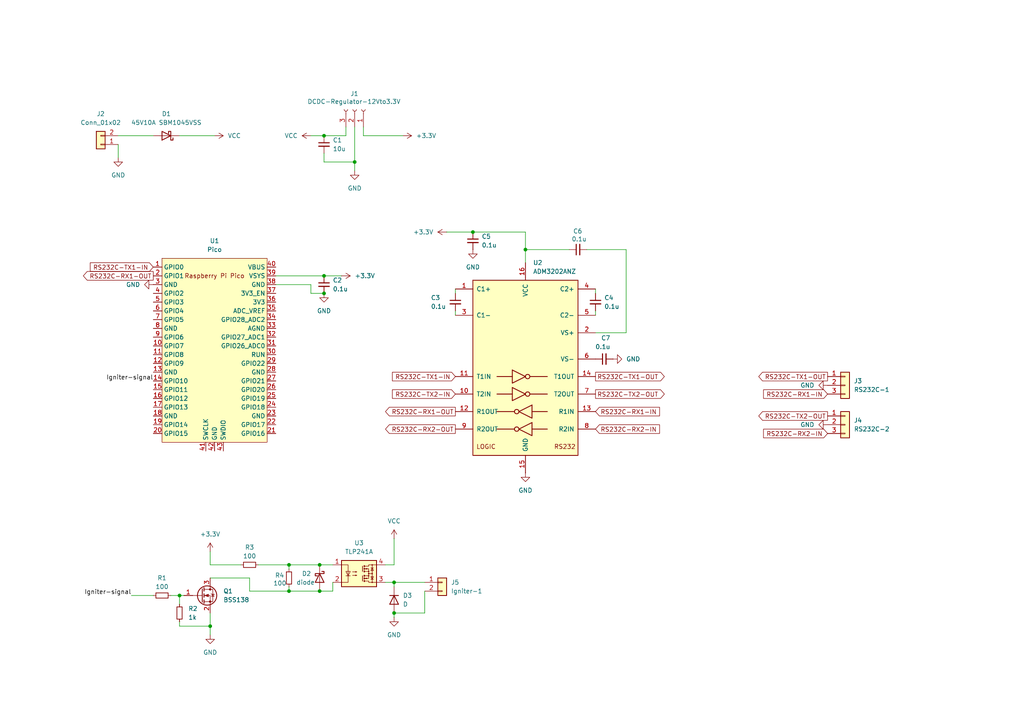
<source format=kicad_sch>
(kicad_sch (version 20231120) (generator "eeschema") (generator_version "8.0")
  (paper "A4")
  (lib_symbols
    (symbol "Connector:Conn_01x03_Socket" (pin_names (offset 1.016) hide)
      (property "Reference" "J" (at 0 5.08 0))
      (property "Value" "Conn_01x03_Socket" (at 0 -5.08 0))
      (symbol "Conn_01x03_Socket_1_1"
        (arc (start 0 -2.032) (mid -0.5058 -2.54) (end 0 -3.048) (stroke (width 0.1524)))
        (polyline (pts (xy -1.27 -2.54) (xy -0.508 -2.54)) (stroke (width 0.1524)))
        (polyline (pts (xy -1.27 0) (xy -0.508 0)) (stroke (width 0.1524)))
        (polyline (pts (xy -1.27 2.54) (xy -0.508 2.54)) (stroke (width 0.1524)))
        (arc (start 0 0.508) (mid -0.5058 0) (end 0 -0.508) (stroke (width 0.1524)))
        (arc (start 0 3.048) (mid -0.5058 2.54) (end 0 2.032) (stroke (width 0.1524)))
        (pin passive line (at -5.08 2.54 0) (length 3.81) (name "Pin_1") (number "1"))
        (pin passive line (at -5.08 0 0) (length 3.81) (name "Pin_2") (number "2"))
        (pin passive line (at -5.08 -2.54 0) (length 3.81) (name "Pin_3") (number "3"))
      )
    )
    (symbol "Connector_Generic:Conn_01x02" (pin_names (offset 1.016) hide)
      (property "Reference" "J" (at 0 2.54 0))
      (property "Value" "Conn_01x02" (at 0 -5.08 0))
      (symbol "Conn_01x02_1_1"
        (rectangle (start -1.27 -2.413) (end 0 -2.667) (stroke (width 0.1524)))
        (rectangle (start -1.27 0.127) (end 0 -0.127) (stroke (width 0.1524)))
        (rectangle (start -1.27 1.27) (end 1.27 -3.81) (stroke (width 0.254)) (fill (type background)))
        (pin passive line (at -5.08 0 0) (length 3.81) (name "Pin_1") (number "1"))
        (pin passive line (at -5.08 -2.54 0) (length 3.81) (name "Pin_2") (number "2"))
      )
    )
    (symbol "Connector_Generic:Conn_01x03" (pin_names (offset 1.016) hide)
      (property "Reference" "J" (at 0 5.08 0))
      (property "Value" "Conn_01x03" (at 0 -5.08 0))
      (symbol "Conn_01x03_1_1"
        (rectangle (start -1.27 -2.413) (end 0 -2.667) (stroke (width 0.1524)))
        (rectangle (start -1.27 0.127) (end 0 -0.127) (stroke (width 0.1524)))
        (rectangle (start -1.27 2.667) (end 0 2.413) (stroke (width 0.1524)))
        (rectangle (start -1.27 3.81) (end 1.27 -3.81) (stroke (width 0.254)) (fill (type background)))
        (pin passive line (at -5.08 2.54 0) (length 3.81) (name "Pin_1") (number "1"))
        (pin passive line (at -5.08 0 0) (length 3.81) (name "Pin_2") (number "2"))
        (pin passive line (at -5.08 -2.54 0) (length 3.81) (name "Pin_3") (number "3"))
      )
    )
    (symbol "Device:C_Small" (pin_numbers hide) (pin_names (offset 0.254) hide)
      (property "Reference" "C" (at 0.254 1.778 0))
      (property "Value" "C_Small" (at 0.254 -2.032 0))
      (symbol "C_Small_0_1"
        (polyline (pts (xy -1.524 -0.508) (xy 1.524 -0.508)) (stroke (width 0.3302)))
        (polyline (pts (xy -1.524 0.508) (xy 1.524 0.508)) (stroke (width 0.3048)))
      )
      (symbol "C_Small_1_1"
        (pin passive line (at 0 2.54 270) (length 2.032) (name "~") (number "1"))
        (pin passive line (at 0 -2.54 90) (length 2.032) (name "~") (number "2"))
      )
    )
    (symbol "Device:D" (pin_numbers hide) (pin_names (offset 1.016) hide)
      (property "Reference" "D" (at 0 2.54 0))
      (property "Value" "D" (at 0 -2.54 0))
      (symbol "D_0_1"
        (polyline (pts (xy -1.27 1.27) (xy -1.27 -1.27)) (stroke (width 0.254)))
        (polyline (pts (xy 1.27 0) (xy -1.27 0)))
        (polyline (pts (xy 1.27 1.27) (xy 1.27 -1.27) (xy -1.27 0) (xy 1.27 1.27)) (stroke (width 0.254)))
      )
      (symbol "D_1_1"
        (pin passive line (at -3.81 0 0) (length 2.54) (name "K") (number "1"))
        (pin passive line (at 3.81 0 180) (length 2.54) (name "A") (number "2"))
      )
    )
    (symbol "Device:D_Schottky" (pin_numbers hide) (pin_names (offset 1.016) hide)
      (property "Reference" "D" (at 0 2.54 0))
      (property "Value" "D_Schottky" (at 0 -2.54 0))
      (symbol "D_Schottky_0_1"
        (polyline (pts (xy 1.27 0) (xy -1.27 0)))
        (polyline (pts (xy 1.27 1.27) (xy 1.27 -1.27) (xy -1.27 0) (xy 1.27 1.27)) (stroke (width 0.254)))
        (polyline (pts (xy -1.905 0.635) (xy -1.905 1.27) (xy -1.27 1.27) (xy -1.27 -1.27) (xy -0.635 -1.27) (xy -0.635 -0.635)) (stroke (width 0.254)))
      )
      (symbol "D_Schottky_1_1"
        (pin passive line (at -3.81 0 0) (length 2.54) (name "K") (number "1"))
        (pin passive line (at 3.81 0 180) (length 2.54) (name "A") (number "2"))
      )
    )
    (symbol "Device:R_Small" (pin_numbers hide) (pin_names (offset 0.254) hide)
      (property "Reference" "R" (at 0.762 0.508 0))
      (property "Value" "R_Small" (at 0.762 -1.016 0))
      (symbol "R_Small_0_1"
        (rectangle (start -0.762 1.778) (end 0.762 -1.778) (stroke (width 0.2032)))
      )
      (symbol "R_Small_1_1"
        (pin passive line (at 0 2.54 270) (length 0.762) (name "~") (number "1"))
        (pin passive line (at 0 -2.54 90) (length 0.762) (name "~") (number "2"))
      )
    )
    (symbol "Interface_UART:ADM232A" (pin_names (offset 1.016))
      (property "Reference" "U" (at -2.54 28.575 0))
      (property "Value" "ADM232A" (at -2.54 26.67 0))
      (symbol "ADM232A_0_0"
        (text "LOGIC" (at -11.43 -22.86 0) (effects (font (size 1.27 1.27))))
        (text "RS232" (at 11.43 -22.86 0) (effects (font (size 1.27 1.27))))
      )
      (symbol "ADM232A_0_1"
        (rectangle (start -15.24 -25.4) (end 15.24 25.4) (stroke (width 0.254)) (fill (type background)))
        (circle (center -2.54 -17.78) (radius 0.635) (stroke (width 0.254)))
        (circle (center -2.54 -12.7) (radius 0.635) (stroke (width 0.254)))
        (polyline (pts (xy -3.81 -7.62) (xy -8.255 -7.62)) (stroke (width 0.254)))
        (polyline (pts (xy -3.81 -2.54) (xy -8.255 -2.54)) (stroke (width 0.254)))
        (polyline (pts (xy -3.175 -17.78) (xy -8.255 -17.78)) (stroke (width 0.254)))
        (polyline (pts (xy -3.175 -12.7) (xy -8.255 -12.7)) (stroke (width 0.254)))
        (polyline (pts (xy 1.27 -7.62) (xy 6.35 -7.62)) (stroke (width 0.254)))
        (polyline (pts (xy 1.27 -2.54) (xy 6.35 -2.54)) (stroke (width 0.254)))
        (polyline (pts (xy 1.905 -17.78) (xy 6.35 -17.78)) (stroke (width 0.254)))
        (polyline (pts (xy 1.905 -12.7) (xy 6.35 -12.7)) (stroke (width 0.254)))
        (polyline (pts (xy -3.81 -5.715) (xy -3.81 -9.525) (xy 0 -7.62) (xy -3.81 -5.715)) (stroke (width 0.254)))
        (polyline (pts (xy -3.81 -0.635) (xy -3.81 -4.445) (xy 0 -2.54) (xy -3.81 -0.635)) (stroke (width 0.254)))
        (polyline (pts (xy 1.905 -15.875) (xy 1.905 -19.685) (xy -1.905 -17.78) (xy 1.905 -15.875)) (stroke (width 0.254)))
        (polyline (pts (xy 1.905 -10.795) (xy 1.905 -14.605) (xy -1.905 -12.7) (xy 1.905 -10.795)) (stroke (width 0.254)))
        (circle (center 0.635 -7.62) (radius 0.635) (stroke (width 0.254)))
        (circle (center 0.635 -2.54) (radius 0.635) (stroke (width 0.254)))
      )
      (symbol "ADM232A_1_1"
        (pin passive line (at -20.32 22.86 0) (length 5.08) (name "C1+") (number "1"))
        (pin input line (at -20.32 -7.62 0) (length 5.08) (name "T2IN") (number "10"))
        (pin input line (at -20.32 -2.54 0) (length 5.08) (name "T1IN") (number "11"))
        (pin output line (at -20.32 -12.7 0) (length 5.08) (name "R1OUT") (number "12"))
        (pin input line (at 20.32 -12.7 180) (length 5.08) (name "R1IN") (number "13"))
        (pin output line (at 20.32 -2.54 180) (length 5.08) (name "T1OUT") (number "14"))
        (pin power_in line (at 0 -30.48 90) (length 5.08) (name "GND") (number "15"))
        (pin power_in line (at 0 30.48 270) (length 5.08) (name "VCC") (number "16"))
        (pin power_out line (at 20.32 10.16 180) (length 5.08) (name "VS+") (number "2"))
        (pin passive line (at -20.32 15.24 0) (length 5.08) (name "C1-") (number "3"))
        (pin passive line (at 20.32 22.86 180) (length 5.08) (name "C2+") (number "4"))
        (pin passive line (at 20.32 15.24 180) (length 5.08) (name "C2-") (number "5"))
        (pin power_out line (at 20.32 2.54 180) (length 5.08) (name "VS-") (number "6"))
        (pin output line (at 20.32 -7.62 180) (length 5.08) (name "T2OUT") (number "7"))
        (pin input line (at 20.32 -17.78 180) (length 5.08) (name "R2IN") (number "8"))
        (pin output line (at -20.32 -17.78 0) (length 5.08) (name "R2OUT") (number "9"))
      )
    )
    (symbol "MCU_RaspberryPi_and_Boards:Pico"
      (property "Reference" "U" (at -13.97 27.94 0))
      (property "Value" "Pico" (at 0 19.05 0))
      (symbol "Pico_0_0"
        (text "Raspberry Pi Pico" (at 0 21.59 0) (effects (font (size 1.27 1.27))))
      )
      (symbol "Pico_0_1"
        (rectangle (start -15.24 26.67) (end 15.24 -26.67) (fill (type background)))
      )
      (symbol "Pico_1_1"
        (pin bidirectional line (at -17.78 24.13 0) (length 2.54) (name "GPIO0") (number "1"))
        (pin bidirectional line (at -17.78 1.27 0) (length 2.54) (name "GPIO7") (number "10"))
        (pin bidirectional line (at -17.78 -1.27 0) (length 2.54) (name "GPIO8") (number "11"))
        (pin bidirectional line (at -17.78 -3.81 0) (length 2.54) (name "GPIO9") (number "12"))
        (pin power_in line (at -17.78 -6.35 0) (length 2.54) (name "GND") (number "13"))
        (pin bidirectional line (at -17.78 -8.89 0) (length 2.54) (name "GPIO10") (number "14"))
        (pin bidirectional line (at -17.78 -11.43 0) (length 2.54) (name "GPIO11") (number "15"))
        (pin bidirectional line (at -17.78 -13.97 0) (length 2.54) (name "GPIO12") (number "16"))
        (pin bidirectional line (at -17.78 -16.51 0) (length 2.54) (name "GPIO13") (number "17"))
        (pin power_in line (at -17.78 -19.05 0) (length 2.54) (name "GND") (number "18"))
        (pin bidirectional line (at -17.78 -21.59 0) (length 2.54) (name "GPIO14") (number "19"))
        (pin bidirectional line (at -17.78 21.59 0) (length 2.54) (name "GPIO1") (number "2"))
        (pin bidirectional line (at -17.78 -24.13 0) (length 2.54) (name "GPIO15") (number "20"))
        (pin bidirectional line (at 17.78 -24.13 180) (length 2.54) (name "GPIO16") (number "21"))
        (pin bidirectional line (at 17.78 -21.59 180) (length 2.54) (name "GPIO17") (number "22"))
        (pin power_in line (at 17.78 -19.05 180) (length 2.54) (name "GND") (number "23"))
        (pin bidirectional line (at 17.78 -16.51 180) (length 2.54) (name "GPIO18") (number "24"))
        (pin bidirectional line (at 17.78 -13.97 180) (length 2.54) (name "GPIO19") (number "25"))
        (pin bidirectional line (at 17.78 -11.43 180) (length 2.54) (name "GPIO20") (number "26"))
        (pin bidirectional line (at 17.78 -8.89 180) (length 2.54) (name "GPIO21") (number "27"))
        (pin power_in line (at 17.78 -6.35 180) (length 2.54) (name "GND") (number "28"))
        (pin bidirectional line (at 17.78 -3.81 180) (length 2.54) (name "GPIO22") (number "29"))
        (pin power_in line (at -17.78 19.05 0) (length 2.54) (name "GND") (number "3"))
        (pin input line (at 17.78 -1.27 180) (length 2.54) (name "RUN") (number "30"))
        (pin bidirectional line (at 17.78 1.27 180) (length 2.54) (name "GPIO26_ADC0") (number "31"))
        (pin bidirectional line (at 17.78 3.81 180) (length 2.54) (name "GPIO27_ADC1") (number "32"))
        (pin power_in line (at 17.78 6.35 180) (length 2.54) (name "AGND") (number "33"))
        (pin bidirectional line (at 17.78 8.89 180) (length 2.54) (name "GPIO28_ADC2") (number "34"))
        (pin power_in line (at 17.78 11.43 180) (length 2.54) (name "ADC_VREF") (number "35"))
        (pin power_in line (at 17.78 13.97 180) (length 2.54) (name "3V3") (number "36"))
        (pin input line (at 17.78 16.51 180) (length 2.54) (name "3V3_EN") (number "37"))
        (pin bidirectional line (at 17.78 19.05 180) (length 2.54) (name "GND") (number "38"))
        (pin power_in line (at 17.78 21.59 180) (length 2.54) (name "VSYS") (number "39"))
        (pin bidirectional line (at -17.78 16.51 0) (length 2.54) (name "GPIO2") (number "4"))
        (pin power_in line (at 17.78 24.13 180) (length 2.54) (name "VBUS") (number "40"))
        (pin input line (at -2.54 -29.21 90) (length 2.54) (name "SWCLK") (number "41"))
        (pin power_in line (at 0 -29.21 90) (length 2.54) (name "GND") (number "42"))
        (pin bidirectional line (at 2.54 -29.21 90) (length 2.54) (name "SWDIO") (number "43"))
        (pin bidirectional line (at -17.78 13.97 0) (length 2.54) (name "GPIO3") (number "5"))
        (pin bidirectional line (at -17.78 11.43 0) (length 2.54) (name "GPIO4") (number "6"))
        (pin bidirectional line (at -17.78 8.89 0) (length 2.54) (name "GPIO5") (number "7"))
        (pin power_in line (at -17.78 6.35 0) (length 2.54) (name "GND") (number "8"))
        (pin bidirectional line (at -17.78 3.81 0) (length 2.54) (name "GPIO6") (number "9"))
      )
    )
    (symbol "Relay_SolidState:TLP222A"
      (property "Reference" "U" (at -5.08 5.08 0))
      (property "Value" "TLP222A" (at 0 5.08 0))
      (symbol "TLP222A_0_1"
        (rectangle (start -5.08 3.81) (end 5.08 -3.81) (stroke (width 0.254)) (fill (type background)))
        (polyline (pts (xy -3.81 -0.635) (xy -2.54 -0.635)))
        (polyline (pts (xy 1.016 -0.635) (xy 1.016 -2.159)) (stroke (width 0.2032)))
        (polyline (pts (xy 1.016 2.159) (xy 1.016 0.635)) (stroke (width 0.2032)))
        (polyline (pts (xy 1.524 -0.508) (xy 1.524 -0.762)) (stroke (width 0.3556)))
        (polyline (pts (xy 2.794 0) (xy 3.81 0)))
        (polyline (pts (xy 3.429 -1.651) (xy 4.191 -1.651)))
        (polyline (pts (xy 3.429 1.651) (xy 4.191 1.651)))
        (polyline (pts (xy 3.81 -2.54) (xy 3.81 2.54)))
        (polyline (pts (xy 1.524 -2.032) (xy 1.524 -2.286) (xy 1.524 -2.286)) (stroke (width 0.3556)))
        (polyline (pts (xy 1.524 -1.27) (xy 1.524 -1.524) (xy 1.524 -1.524)) (stroke (width 0.3556)))
        (polyline (pts (xy 1.524 0.762) (xy 1.524 0.508) (xy 1.524 0.508)) (stroke (width 0.3556)))
        (polyline (pts (xy 1.524 1.524) (xy 1.524 1.27) (xy 1.524 1.27)) (stroke (width 0.3556)))
        (polyline (pts (xy 1.524 2.286) (xy 1.524 2.032) (xy 1.524 2.032)) (stroke (width 0.3556)))
        (polyline (pts (xy 1.651 -1.397) (xy 2.794 -1.397) (xy 2.794 -0.635)))
        (polyline (pts (xy 1.651 1.397) (xy 2.794 1.397) (xy 2.794 0.635)))
        (polyline (pts (xy -5.08 2.54) (xy -3.175 2.54) (xy -3.175 -2.54) (xy -5.08 -2.54)))
        (polyline (pts (xy -3.175 -0.635) (xy -3.81 0.635) (xy -2.54 0.635) (xy -3.175 -0.635)))
        (polyline (pts (xy 1.651 -2.159) (xy 2.794 -2.159) (xy 2.794 -2.54) (xy 5.08 -2.54)))
        (polyline (pts (xy 1.651 -0.635) (xy 2.794 -0.635) (xy 2.794 0.635) (xy 1.651 0.635)))
        (polyline (pts (xy 1.651 2.159) (xy 2.794 2.159) (xy 2.794 2.54) (xy 5.08 2.54)))
        (polyline (pts (xy 1.778 -1.397) (xy 2.286 -1.27) (xy 2.286 -1.524) (xy 1.778 -1.397)))
        (polyline (pts (xy 1.778 1.397) (xy 2.286 1.524) (xy 2.286 1.27) (xy 1.778 1.397)))
        (polyline (pts (xy 3.81 -1.651) (xy 3.429 -0.889) (xy 4.191 -0.889) (xy 3.81 -1.651)))
        (polyline (pts (xy 3.81 1.651) (xy 3.429 0.889) (xy 4.191 0.889) (xy 3.81 1.651)))
        (polyline (pts (xy -1.905 -0.508) (xy -0.635 -0.508) (xy -1.016 -0.635) (xy -1.016 -0.381) (xy -0.635 -0.508)))
        (polyline (pts (xy -1.905 0.508) (xy -0.635 0.508) (xy -1.016 0.381) (xy -1.016 0.635) (xy -0.635 0.508)))
        (circle (center 2.794 -0.635) (radius 0.127))
        (circle (center 2.794 0) (radius 0.127))
        (circle (center 2.794 0.635) (radius 0.127))
        (circle (center 3.81 -2.54) (radius 0.127))
        (circle (center 3.81 0) (radius 0.127))
        (circle (center 3.81 2.54) (radius 0.127))
      )
      (symbol "TLP222A_1_1"
        (pin passive line (at -7.62 2.54 0) (length 2.54) (name "~") (number "1"))
        (pin passive line (at -7.62 -2.54 0) (length 2.54) (name "~") (number "2"))
        (pin passive line (at 7.62 -2.54 180) (length 2.54) (name "~") (number "3"))
        (pin passive line (at 7.62 2.54 180) (length 2.54) (name "~") (number "4"))
      )
    )
    (symbol "Transistor_FET:BSS138" (pin_names hide)
      (property "Reference" "Q" (at 5.08 1.905 0))
      (property "Value" "BSS138" (at 5.08 0 0))
      (symbol "BSS138_0_1"
        (polyline (pts (xy 0.254 0) (xy -2.54 0)))
        (polyline (pts (xy 0.254 1.905) (xy 0.254 -1.905)) (stroke (width 0.254)))
        (polyline (pts (xy 0.762 -1.27) (xy 0.762 -2.286)) (stroke (width 0.254)))
        (polyline (pts (xy 0.762 0.508) (xy 0.762 -0.508)) (stroke (width 0.254)))
        (polyline (pts (xy 0.762 2.286) (xy 0.762 1.27)) (stroke (width 0.254)))
        (polyline (pts (xy 2.54 2.54) (xy 2.54 1.778)))
        (polyline (pts (xy 2.54 -2.54) (xy 2.54 0) (xy 0.762 0)))
        (polyline (pts (xy 0.762 -1.778) (xy 3.302 -1.778) (xy 3.302 1.778) (xy 0.762 1.778)))
        (polyline (pts (xy 1.016 0) (xy 2.032 0.381) (xy 2.032 -0.381) (xy 1.016 0)) (fill (type outline)))
        (polyline (pts (xy 2.794 0.508) (xy 2.921 0.381) (xy 3.683 0.381) (xy 3.81 0.254)))
        (polyline (pts (xy 3.302 0.381) (xy 2.921 -0.254) (xy 3.683 -0.254) (xy 3.302 0.381)))
        (circle (center 1.651 0) (radius 2.794) (stroke (width 0.254)))
        (circle (center 2.54 -1.778) (radius 0.254) (fill (type outline)))
        (circle (center 2.54 1.778) (radius 0.254) (fill (type outline)))
      )
      (symbol "BSS138_1_1"
        (pin input line (at -5.08 0 0) (length 2.54) (name "G") (number "1"))
        (pin passive line (at 2.54 -5.08 90) (length 2.54) (name "S") (number "2"))
        (pin passive line (at 2.54 5.08 270) (length 2.54) (name "D") (number "3"))
      )
    )
    (symbol "power:+3.3V" (power) (pin_numbers hide) (pin_names (offset 0) hide)
      (property "Value" "+3.3V" (at 0 3.556 0))
      (symbol "+3.3V_0_1"
        (polyline (pts (xy -0.762 1.27) (xy 0 2.54)))
        (polyline (pts (xy 0 0) (xy 0 2.54)))
        (polyline (pts (xy 0 2.54) (xy 0.762 1.27)))
      )
      (symbol "+3.3V_1_1"
        (pin power_in line (at 0 0 90) (length 0) (name "~") (number "1"))
      )
    )
    (symbol "power:GND" (power) (pin_numbers hide) (pin_names (offset 0) hide)
      (property "Value" "GND" (at 0 -3.81 0))
      (symbol "GND_0_1"
        (polyline (pts (xy 0 0) (xy 0 -1.27) (xy 1.27 -1.27) (xy 0 -2.54) (xy -1.27 -1.27) (xy 0 -1.27)))
      )
      (symbol "GND_1_1"
        (pin power_in line (at 0 0 270) (length 0) (name "~") (number "1"))
      )
    )
    (symbol "power:VCC" (power) (pin_numbers hide) (pin_names (offset 0) hide)
      (property "Value" "VCC" (at 0 3.556 0))
      (symbol "VCC_0_1"
        (polyline (pts (xy -0.762 1.27) (xy 0 2.54)))
        (polyline (pts (xy 0 0) (xy 0 2.54)))
        (polyline (pts (xy 0 2.54) (xy 0.762 1.27)))
      )
      (symbol "VCC_1_1"
        (pin power_in line (at 0 0 90) (length 0) (name "~") (number "1"))
      )
    )
  )
  (junction (at 52.07 172.72))
  (junction (at 93.98 85.09))
  (junction (at 92.71 163.83))
  (junction (at 152.4 72.39))
  (junction (at 137.16 67.31))
  (junction (at 92.71 171.45))
  (junction (at 114.3 177.8))
  (junction (at 102.87 46.99))
  (junction (at 83.82 163.83))
  (junction (at 93.98 39.37))
  (junction (at 60.96 181.61))
  (junction (at 93.98 80.01))
  (junction (at 83.82 171.45))
  (junction (at 114.3 168.91))
  (wire (pts (xy 102.87 46.99) (xy 93.98 46.99)))
  (wire (pts (xy 83.82 163.83) (xy 92.71 163.83)))
  (wire (pts (xy 99.06 80.01) (xy 93.98 80.01)))
  (wire (pts (xy 52.07 181.61) (xy 60.96 181.61)))
  (wire (pts (xy 152.4 72.39) (xy 152.4 76.2)))
  (wire (pts (xy 123.19 171.45) (xy 123.19 177.8)))
  (wire (pts (xy 102.87 46.99) (xy 102.87 49.53)))
  (wire (pts (xy 137.16 67.31) (xy 152.4 67.31)))
  (wire (pts (xy 60.96 167.64) (xy 72.39 167.64)))
  (wire (pts (xy 123.19 168.91) (xy 114.3 168.91)))
  (wire (pts (xy 90.17 39.37) (xy 93.98 39.37)))
  (wire (pts (xy 93.98 44.45) (xy 93.98 46.99)))
  (wire (pts (xy 181.61 72.39) (xy 181.61 96.52)))
  (wire (pts (xy 60.96 160.02) (xy 60.96 163.83)))
  (wire (pts (xy 60.96 163.83) (xy 69.85 163.83)))
  (wire (pts (xy 80.01 80.01) (xy 93.98 80.01)))
  (wire (pts (xy 170.18 72.39) (xy 181.61 72.39)))
  (wire (pts (xy 90.17 85.09) (xy 93.98 85.09)))
  (wire (pts (xy 93.98 39.37) (xy 100.33 39.37)))
  (wire (pts (xy 172.72 91.44) (xy 172.72 90.17)))
  (wire (pts (xy 34.29 45.72) (xy 34.29 41.91)))
  (wire (pts (xy 83.82 165.1) (xy 83.82 163.83)))
  (wire (pts (xy 129.54 67.31) (xy 137.16 67.31)))
  (wire (pts (xy 83.82 171.45) (xy 92.71 171.45)))
  (wire (pts (xy 92.71 163.83) (xy 96.52 163.83)))
  (wire (pts (xy 172.72 83.82) (xy 172.72 85.09)))
  (wire (pts (xy 38.1 172.72) (xy 44.45 172.72)))
  (wire (pts (xy 114.3 163.83) (xy 111.76 163.83)))
  (wire (pts (xy 52.07 181.61) (xy 52.07 180.34)))
  (wire (pts (xy 132.08 83.82) (xy 132.08 85.09)))
  (wire (pts (xy 52.07 172.72) (xy 53.34 172.72)))
  (wire (pts (xy 114.3 168.91) (xy 114.3 170.18)))
  (wire (pts (xy 123.19 177.8) (xy 114.3 177.8)))
  (wire (pts (xy 49.53 172.72) (xy 52.07 172.72)))
  (wire (pts (xy 152.4 67.31) (xy 152.4 72.39)))
  (wire (pts (xy 72.39 167.64) (xy 72.39 171.45)))
  (wire (pts (xy 111.76 168.91) (xy 114.3 168.91)))
  (wire (pts (xy 102.87 36.83) (xy 102.87 46.99)))
  (wire (pts (xy 105.41 39.37) (xy 105.41 36.83)))
  (wire (pts (xy 96.52 171.45) (xy 92.71 171.45)))
  (wire (pts (xy 132.08 90.17) (xy 132.08 91.44)))
  (wire (pts (xy 181.61 96.52) (xy 172.72 96.52)))
  (wire (pts (xy 52.07 172.72) (xy 52.07 175.26)))
  (wire (pts (xy 90.17 82.55) (xy 90.17 85.09)))
  (wire (pts (xy 83.82 170.18) (xy 83.82 171.45)))
  (wire (pts (xy 100.33 39.37) (xy 100.33 36.83)))
  (wire (pts (xy 114.3 177.8) (xy 114.3 179.07)))
  (wire (pts (xy 116.84 39.37) (xy 105.41 39.37)))
  (wire (pts (xy 60.96 181.61) (xy 60.96 184.15)))
  (wire (pts (xy 80.01 82.55) (xy 90.17 82.55)))
  (wire (pts (xy 60.96 181.61) (xy 60.96 177.8)))
  (wire (pts (xy 96.52 168.91) (xy 96.52 171.45)))
  (wire (pts (xy 34.29 39.37) (xy 44.45 39.37)))
  (wire (pts (xy 74.93 163.83) (xy 83.82 163.83)))
  (wire (pts (xy 114.3 156.21) (xy 114.3 163.83)))
  (wire (pts (xy 72.39 171.45) (xy 83.82 171.45)))
  (wire (pts (xy 62.23 39.37) (xy 52.07 39.37)))
  (wire (pts (xy 165.1 72.39) (xy 152.4 72.39)))
  (label "Igniter-signal" (at 44.45 110.49 180))
  (label "Igniter-signal" (at 38.1 172.72 180))
  (global_label "RS232C-TX2-OUT" (shape output) (at 240.03 120.65 180) (property "Intersheetrefs" "${INTERSHEET_REFS}" (effects (hide yes))))
  (global_label "RS232C-TX1-IN" (shape input) (at 132.08 109.22 180) (property "Intersheetrefs" "${INTERSHEET_REFS}" (effects (hide yes))))
  (global_label "RS232C-RX1-IN" (shape input) (at 172.72 119.38 0) (property "Intersheetrefs" "${INTERSHEET_REFS}" (effects (hide yes))))
  (global_label "RS232C-TX2-OUT" (shape output) (at 172.72 114.3 0) (property "Intersheetrefs" "${INTERSHEET_REFS}" (effects (hide yes))))
  (global_label "RS232C-TX2-IN" (shape input) (at 132.08 114.3 180) (property "Intersheetrefs" "${INTERSHEET_REFS}" (effects (hide yes))))
  (global_label "RS232C-RX1-OUT" (shape output) (at 44.45 80.01 180) (property "Intersheetrefs" "${INTERSHEET_REFS}" (effects (hide yes))))
  (global_label "RS232C-TX1-OUT" (shape output) (at 240.03 109.22 180) (property "Intersheetrefs" "${INTERSHEET_REFS}" (effects (hide yes))))
  (global_label "RS232C-RX2-IN" (shape input) (at 172.72 124.46 0) (property "Intersheetrefs" "${INTERSHEET_REFS}" (effects (hide yes))))
  (global_label "RS232C-RX1-IN" (shape input) (at 240.03 114.3 180) (property "Intersheetrefs" "${INTERSHEET_REFS}" (effects (hide yes))))
  (global_label "RS232C-TX1-IN" (shape input) (at 44.45 77.47 180) (property "Intersheetrefs" "${INTERSHEET_REFS}" (effects (hide yes))))
  (global_label "RS232C-TX1-OUT" (shape output) (at 172.72 109.22 0) (property "Intersheetrefs" "${INTERSHEET_REFS}" (effects (hide yes))))
  (global_label "RS232C-RX1-OUT" (shape output) (at 132.08 119.38 180) (property "Intersheetrefs" "${INTERSHEET_REFS}" (effects (hide yes))))
  (global_label "RS232C-RX2-OUT" (shape output) (at 132.08 124.46 180) (property "Intersheetrefs" "${INTERSHEET_REFS}" (effects (hide yes))))
  (global_label "RS232C-RX2-IN" (shape input) (at 240.03 125.73 180) (property "Intersheetrefs" "${INTERSHEET_REFS}" (effects (hide yes))))
  (symbol (lib_id "Device:D_Schottky") (at 92.71 167.64 270) (unit 1)
    (property "Reference" "D2" (at 88.9 166.37 90))
    (property "Value" "diode" (at 88.646 168.91 90))
    (property "Description" "Schottky diode" (effects (hide yes)))
  )
  (symbol (lib_id "Device:R_Small") (at 72.39 163.83 270) (unit 1)
    (property "Reference" "R3" (at 72.39 158.75 90))
    (property "Value" "100" (at 72.39 161.29 90))
    (property "Description" "Resistor, small symbol" (effects (hide yes)))
  )
  (symbol (lib_id "power:GND") (at 60.96 184.15 0) (unit 1)
    (property "Reference" "#PWR015" (effects (hide yes)))
    (property "Value" "GND" (at 60.96 189.23 0))
    (property "Description" "Power symbol creates a global label with name \"GND\" , ground" (effects (hide yes)))
  )
  (symbol (lib_id "Device:D") (at 114.3 173.99 270) (unit 1)
    (property "Reference" "D3" (at 116.84 172.7199 90) (effects (justify left)))
    (property "Value" "D" (at 116.84 175.2599 90) (effects (justify left)))
    (property "Description" "Diode" (effects (hide yes)))
    (property "Sim.Device" "D" (effects (hide yes)))
    (property "Sim.Pins" "1=K 2=A" (effects (hide yes)))
  )
  (symbol (lib_id "power:GND") (at 102.87 49.53 0) (unit 1)
    (property "Reference" "#PWR04" (effects (hide yes)))
    (property "Value" "GND" (at 102.87 54.61 0))
    (property "Description" "Power symbol creates a global label with name \"GND\" , ground" (effects (hide yes)))
  )
  (symbol (lib_id "Connector_Generic:Conn_01x03") (at 245.11 123.19 0) (unit 1)
    (property "Reference" "J4" (at 247.65 121.9199 0) (effects (justify left)))
    (property "Value" "RS232C-2" (at 247.65 124.4599 0) (effects (justify left)))
    (property "Footprint" "Connector_JST:JST_XA_B03B-XASK-1_1x03_P2.50mm_Vertical" (effects (hide yes)))
    (property "Description" "Generic connector, single row, 01x03, script generated (kicad-library-utils/schlib/autogen/connector/)" (effects (hide yes)))
  )
  (symbol (lib_id "power:VCC") (at 62.23 39.37 270) (unit 1)
    (property "Reference" "#PWR02" (effects (hide yes)))
    (property "Value" "VCC" (at 66.04 39.3699 90) (effects (justify left)))
    (property "Description" "Power symbol creates a global label with name \"VCC\"" (effects (hide yes)))
  )
  (symbol (lib_id "power:GND") (at 177.8 104.14 90) (unit 1)
    (property "Reference" "#PWR011" (effects (hide yes)))
    (property "Value" "GND" (at 181.61 104.1399 90) (effects (justify right)))
    (property "Description" "Power symbol creates a global label with name \"GND\" , ground" (effects (hide yes)))
  )
  (symbol (lib_id "power:GND") (at 93.98 85.09 0) (unit 1)
    (property "Reference" "#PWR07" (effects (hide yes)))
    (property "Value" "GND" (at 93.98 90.17 0))
    (property "Description" "Power symbol creates a global label with name \"GND\" , ground" (effects (hide yes)))
  )
  (symbol (lib_id "Device:C_Small") (at 132.08 87.63 0) (unit 1)
    (property "Reference" "C3" (at 124.968 86.36 0) (effects (justify left)))
    (property "Value" "0.1u" (at 124.968 88.9 0) (effects (justify left)))
    (property "Description" "Unpolarized capacitor, small symbol" (effects (hide yes)))
  )
  (symbol (lib_id "power:VCC") (at 90.17 39.37 90) (unit 1)
    (property "Reference" "#PWR03" (effects (hide yes)))
    (property "Value" "VCC" (at 86.36 39.3699 90) (effects (justify left)))
    (property "Description" "Power symbol creates a global label with name \"VCC\"" (effects (hide yes)))
  )
  (symbol (lib_id "Relay_SolidState:TLP222A") (at 104.14 166.37 0) (unit 1)
    (property "Reference" "U3" (at 104.14 157.48 0))
    (property "Value" "TLP241A" (at 104.14 160.02 0))
    (property "Footprint" "Package_DIP:DIP-4_W7.62mm_LongPads" (effects (hide yes)))
    (property "Datasheet" "https://toshiba.semicon-storage.com/info/docget.jsp?did=17036&prodName=TLP222A" (effects (hide yes)))
    (property "Description" "MOSFET Photorelay 1-Form-A, Voff 60V, Ion 0,5A, DIP4" (effects (hide yes)))
  )
  (symbol (lib_id "Device:R_Small") (at 52.07 177.8 0) (unit 1)
    (property "Reference" "R2" (at 54.61 176.5299 0) (effects (justify left)))
    (property "Value" "1k" (at 54.61 179.0699 0) (effects (justify left)))
    (property "Description" "Resistor, small symbol" (effects (hide yes)))
  )
  (symbol (lib_id "Connector_Generic:Conn_01x02") (at 128.27 168.91 0) (unit 1)
    (property "Reference" "J5" (at 130.81 168.9099 0) (effects (justify left)))
    (property "Value" "Igniter-1" (at 130.81 171.4499 0) (effects (justify left)))
    (property "Footprint" "Connector_AMASS:AMASS_XT60-F_1x02_P7.20mm_Vertical" (effects (hide yes)))
    (property "Description" "Generic connector, single row, 01x02, script generated (kicad-library-utils/schlib/autogen/connector/)" (effects (hide yes)))
  )
  (symbol (lib_id "Transistor_FET:BSS138") (at 58.42 172.72 0) (unit 1)
    (property "Reference" "Q1" (at 64.77 171.4499 0) (effects (justify left)))
    (property "Value" "BSS138" (at 64.77 173.9899 0) (effects (justify left)))
    (property "Footprint" "Package_TO_SOT_SMD:SOT-23" (effects (hide yes)))
    (property "Datasheet" "https://www.onsemi.com/pub/Collateral/BSS138-D.PDF" (effects (hide yes)))
    (property "Description" "50V Vds, 0.22A Id, N-Channel MOSFET, SOT-23" (effects (hide yes)))
  )
  (symbol (lib_id "power:GND") (at 44.45 82.55 270) (unit 1)
    (property "Reference" "#PWR014" (effects (hide yes)))
    (property "Value" "GND" (at 40.64 82.5499 90) (effects (justify right)))
    (property "Description" "Power symbol creates a global label with name \"GND\" , ground" (effects (hide yes)))
  )
  (symbol (lib_id "power:+3.3V") (at 116.84 39.37 270) (unit 1)
    (property "Reference" "#PWR05" (effects (hide yes)))
    (property "Value" "+3.3V" (at 120.65 39.3699 90) (effects (justify left)))
    (property "Description" "Power symbol creates a global label with name \"+3.3V\"" (effects (hide yes)))
  )
  (symbol (lib_id "Connector:Conn_01x03_Socket") (at 102.87 31.75 270) (mirror x) (unit 1)
    (property "Reference" "J1" (at 101.6 27.178 90) (effects (justify left)))
    (property "Value" "DCDC-Regulator-12Vto3.3V" (at 89.154 29.464 90) (effects (justify left)))
    (property "Footprint" "Connector_PinSocket_2.54mm:PinSocket_1x03_P2.54mm_Horizontal" (effects (hide yes)))
    (property "Description" "Generic connector, single row, 01x03, script generated" (effects (hide yes)))
  )
  (symbol (lib_id "Interface_UART:ADM232A") (at 152.4 106.68 0) (unit 1)
    (property "Reference" "U2" (at 154.5941 76.2 0) (effects (justify left)))
    (property "Value" "ADM3202ANZ" (at 154.5941 78.74 0) (effects (justify left)))
    (property "Footprint" "Package_DIP:DIP-16_W7.62mm_LongPads" (effects (hide yes)))
    (property "Datasheet" "https://www.analog.com/media/en/technical-documentation/data-sheets/ADM222_232A_242.pdf" (effects (hide yes)))
    (property "Description" "Dual RS232 driver/receiver, 5V supply, 200kb/s" (effects (hide yes)))
  )
  (symbol (lib_id "Device:C_Small") (at 93.98 41.91 0) (unit 1)
    (property "Reference" "C1" (at 96.52 40.6462 0) (effects (justify left)))
    (property "Value" "10u" (at 96.52 43.1862 0) (effects (justify left)))
    (property "Description" "Unpolarized capacitor, small symbol" (effects (hide yes)))
  )
  (symbol (lib_id "Device:C_Small") (at 175.26 104.14 90) (unit 1)
    (property "Reference" "C7" (at 177.038 98.044 90) (effects (justify left)))
    (property "Value" "0.1u" (at 177.038 100.584 90) (effects (justify left)))
    (property "Description" "Unpolarized capacitor, small symbol" (effects (hide yes)))
  )
  (symbol (lib_id "power:GND") (at 34.29 45.72 0) (unit 1)
    (property "Reference" "#PWR01" (effects (hide yes)))
    (property "Value" "GND" (at 34.29 50.8 0))
    (property "Description" "Power symbol creates a global label with name \"GND\" , ground" (effects (hide yes)))
  )
  (symbol (lib_id "Device:R_Small") (at 46.99 172.72 270) (unit 1)
    (property "Reference" "R1" (at 46.99 167.64 90))
    (property "Value" "100" (at 46.99 170.18 90))
    (property "Description" "Resistor, small symbol" (effects (hide yes)))
  )
  (symbol (lib_id "power:VCC") (at 114.3 156.21 0) (unit 1)
    (property "Reference" "#PWR017" (effects (hide yes)))
    (property "Value" "VCC" (at 114.3 151.13 0))
    (property "Description" "Power symbol creates a global label with name \"VCC\"" (effects (hide yes)))
  )
  (symbol (lib_id "power:GND") (at 240.03 111.76 270) (unit 1)
    (property "Reference" "#PWR012" (effects (hide yes)))
    (property "Value" "GND" (at 236.22 111.7599 90) (effects (justify right)))
    (property "Description" "Power symbol creates a global label with name \"GND\" , ground" (effects (hide yes)))
  )
  (symbol (lib_id "Device:C_Small") (at 137.16 69.85 0) (unit 1)
    (property "Reference" "C5" (at 139.7 68.5862 0) (effects (justify left)))
    (property "Value" "0.1u" (at 139.7 71.1262 0) (effects (justify left)))
    (property "Description" "Unpolarized capacitor, small symbol" (effects (hide yes)))
  )
  (symbol (lib_id "Device:C_Small") (at 172.72 87.63 0) (unit 1)
    (property "Reference" "C4" (at 175.26 86.3662 0) (effects (justify left)))
    (property "Value" "0.1u" (at 175.26 88.9062 0) (effects (justify left)))
    (property "Description" "Unpolarized capacitor, small symbol" (effects (hide yes)))
  )
  (symbol (lib_id "Connector_Generic:Conn_01x03") (at 245.11 111.76 0) (unit 1)
    (property "Reference" "J3" (at 247.65 110.4899 0) (effects (justify left)))
    (property "Value" "RS232C-1" (at 247.65 113.0299 0) (effects (justify left)))
    (property "Footprint" "Connector_JST:JST_XA_B03B-XASK-1_1x03_P2.50mm_Vertical" (effects (hide yes)))
    (property "Description" "Generic connector, single row, 01x03, script generated (kicad-library-utils/schlib/autogen/connector/)" (effects (hide yes)))
  )
  (symbol (lib_id "power:+3.3V") (at 60.96 160.02 0) (unit 1)
    (property "Reference" "#PWR016" (effects (hide yes)))
    (property "Value" "+3.3V" (at 60.96 154.94 0))
    (property "Description" "Power symbol creates a global label with name \"+3.3V\"" (effects (hide yes)))
  )
  (symbol (lib_id "Device:R_Small") (at 83.82 167.64 180) (unit 1)
    (property "Reference" "R4" (at 79.756 166.878 0) (effects (justify right)))
    (property "Value" "100" (at 79.248 169.164 0) (effects (justify right)))
    (property "Description" "Resistor, small symbol" (effects (hide yes)))
  )
  (symbol (lib_id "power:GND") (at 240.03 123.19 270) (unit 1)
    (property "Reference" "#PWR013" (effects (hide yes)))
    (property "Value" "GND" (at 236.22 123.1899 90) (effects (justify right)))
    (property "Description" "Power symbol creates a global label with name \"GND\" , ground" (effects (hide yes)))
  )
  (symbol (lib_id "power:GND") (at 137.16 72.39 0) (unit 1)
    (property "Reference" "#PWR010" (effects (hide yes)))
    (property "Value" "GND" (at 137.16 77.47 0))
    (property "Description" "Power symbol creates a global label with name \"GND\" , ground" (effects (hide yes)))
  )
  (symbol (lib_id "power:GND") (at 114.3 179.07 0) (unit 1)
    (property "Reference" "#PWR018" (effects (hide yes)))
    (property "Value" "GND" (at 114.3 184.15 0))
    (property "Description" "Power symbol creates a global label with name \"GND\" , ground" (effects (hide yes)))
  )
  (symbol (lib_id "power:+3.3V") (at 129.54 67.31 90) (unit 1)
    (property "Reference" "#PWR09" (effects (hide yes)))
    (property "Value" "+3.3V" (at 125.73 67.3099 90) (effects (justify left)))
    (property "Description" "Power symbol creates a global label with name \"+3.3V\"" (effects (hide yes)))
  )
  (symbol (lib_id "Device:C_Small") (at 167.64 72.39 90) (unit 1)
    (property "Reference" "C6" (at 168.91 67.056 90) (effects (justify left)))
    (property "Value" "0.1u" (at 170.18 69.342 90) (effects (justify left)))
    (property "Description" "Unpolarized capacitor, small symbol" (effects (hide yes)))
  )
  (symbol (lib_id "power:+3.3V") (at 99.06 80.01 270) (unit 1)
    (property "Reference" "#PWR06" (effects (hide yes)))
    (property "Value" "+3.3V" (at 102.87 80.0099 90) (effects (justify left)))
    (property "Description" "Power symbol creates a global label with name \"+3.3V\"" (effects (hide yes)))
  )
  (symbol (lib_id "Device:C_Small") (at 93.98 82.55 0) (unit 1)
    (property "Reference" "C2" (at 96.52 81.2862 0) (effects (justify left)))
    (property "Value" "0.1u" (at 96.52 83.8262 0) (effects (justify left)))
    (property "Description" "Unpolarized capacitor, small symbol" (effects (hide yes)))
  )
  (symbol (lib_id "power:GND") (at 152.4 137.16 0) (unit 1)
    (property "Reference" "#PWR08" (effects (hide yes)))
    (property "Value" "GND" (at 152.4 142.24 0))
    (property "Description" "Power symbol creates a global label with name \"GND\" , ground" (effects (hide yes)))
  )
  (symbol (lib_id "MCU_RaspberryPi_and_Boards:Pico") (at 62.23 101.6 0) (unit 1)
    (property "Reference" "U1" (at 62.23 69.85 0))
    (property "Value" "Pico" (at 62.23 72.39 0))
    (property "Footprint" "MCU_RaspberryPi_and_Boards:RPi_Pico_SMD_TH" (effects (hide yes)))
  )
  (symbol (lib_id "Device:D_Schottky") (at 48.26 39.37 180) (unit 1)
    (property "Reference" "D1" (at 48.26 33.02 0))
    (property "Value" "45V10A SBM1045VSS" (at 48.26 35.56 0))
    (property "Description" "Schottky diode" (effects (hide yes)))
  )
  (symbol (lib_id "Connector_Generic:Conn_01x02") (at 29.21 41.91 180) (unit 1)
    (property "Reference" "J2" (at 29.21 33.02 0))
    (property "Value" "Conn_01x02" (at 29.21 35.56 0))
    (property "Footprint" "Connector_AMASS:AMASS_XT60-M_1x02_P7.20mm_Vertical" (effects (hide yes)))
    (property "Description" "Generic connector, single row, 01x02, script generated (kicad-library-utils/schlib/autogen/connector/)" (effects (hide yes)))
  )
)
</source>
